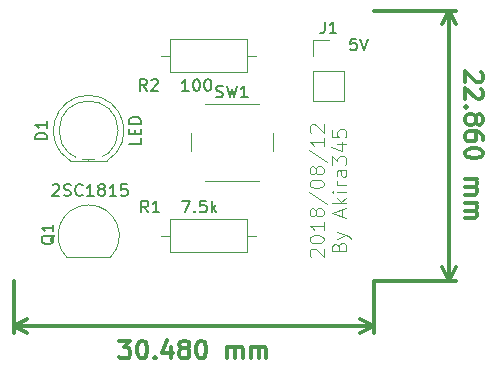
<source format=gto>
G04 #@! TF.GenerationSoftware,KiCad,Pcbnew,(5.0.0)*
G04 #@! TF.CreationDate,2018-08-12T14:19:39+09:00*
G04 #@! TF.ProjectId,sample01,73616D706C6530312E6B696361645F70,rev?*
G04 #@! TF.SameCoordinates,PX40311b0PY3680a30*
G04 #@! TF.FileFunction,Legend,Top*
G04 #@! TF.FilePolarity,Positive*
%FSLAX46Y46*%
G04 Gerber Fmt 4.6, Leading zero omitted, Abs format (unit mm)*
G04 Created by KiCad (PCBNEW (5.0.0)) date 08/12/18 14:19:39*
%MOMM*%
%LPD*%
G01*
G04 APERTURE LIST*
%ADD10C,0.100000*%
%ADD11C,0.300000*%
%ADD12C,0.150000*%
%ADD13C,0.120000*%
%ADD14R,2.100000X2.100000*%
%ADD15O,2.100000X2.100000*%
%ADD16R,2.200000X2.200000*%
%ADD17C,2.200000*%
%ADD18O,1.450000X1.900000*%
%ADD19R,1.450000X1.900000*%
%ADD20O,2.000000X2.000000*%
%ADD21C,2.000000*%
%ADD22C,2.400000*%
G04 APERTURE END LIST*
D10*
X25177142Y2020000D02*
X25120000Y2077143D01*
X25062857Y2191429D01*
X25062857Y2477143D01*
X25120000Y2591429D01*
X25177142Y2648572D01*
X25291428Y2705715D01*
X25405714Y2705715D01*
X25577142Y2648572D01*
X26262857Y1962858D01*
X26262857Y2705715D01*
X25062857Y3448572D02*
X25062857Y3562858D01*
X25120000Y3677143D01*
X25177142Y3734286D01*
X25291428Y3791429D01*
X25520000Y3848572D01*
X25805714Y3848572D01*
X26034285Y3791429D01*
X26148571Y3734286D01*
X26205714Y3677143D01*
X26262857Y3562858D01*
X26262857Y3448572D01*
X26205714Y3334286D01*
X26148571Y3277143D01*
X26034285Y3220000D01*
X25805714Y3162858D01*
X25520000Y3162858D01*
X25291428Y3220000D01*
X25177142Y3277143D01*
X25120000Y3334286D01*
X25062857Y3448572D01*
X26262857Y4991429D02*
X26262857Y4305715D01*
X26262857Y4648572D02*
X25062857Y4648572D01*
X25234285Y4534286D01*
X25348571Y4420000D01*
X25405714Y4305715D01*
X25577142Y5677143D02*
X25520000Y5562858D01*
X25462857Y5505715D01*
X25348571Y5448572D01*
X25291428Y5448572D01*
X25177142Y5505715D01*
X25120000Y5562858D01*
X25062857Y5677143D01*
X25062857Y5905715D01*
X25120000Y6020000D01*
X25177142Y6077143D01*
X25291428Y6134286D01*
X25348571Y6134286D01*
X25462857Y6077143D01*
X25520000Y6020000D01*
X25577142Y5905715D01*
X25577142Y5677143D01*
X25634285Y5562858D01*
X25691428Y5505715D01*
X25805714Y5448572D01*
X26034285Y5448572D01*
X26148571Y5505715D01*
X26205714Y5562858D01*
X26262857Y5677143D01*
X26262857Y5905715D01*
X26205714Y6020000D01*
X26148571Y6077143D01*
X26034285Y6134286D01*
X25805714Y6134286D01*
X25691428Y6077143D01*
X25634285Y6020000D01*
X25577142Y5905715D01*
X25005714Y7505715D02*
X26548571Y6477143D01*
X25062857Y8134286D02*
X25062857Y8248572D01*
X25120000Y8362858D01*
X25177142Y8420000D01*
X25291428Y8477143D01*
X25520000Y8534286D01*
X25805714Y8534286D01*
X26034285Y8477143D01*
X26148571Y8420000D01*
X26205714Y8362858D01*
X26262857Y8248572D01*
X26262857Y8134286D01*
X26205714Y8020000D01*
X26148571Y7962858D01*
X26034285Y7905715D01*
X25805714Y7848572D01*
X25520000Y7848572D01*
X25291428Y7905715D01*
X25177142Y7962858D01*
X25120000Y8020000D01*
X25062857Y8134286D01*
X25577142Y9220000D02*
X25520000Y9105715D01*
X25462857Y9048572D01*
X25348571Y8991429D01*
X25291428Y8991429D01*
X25177142Y9048572D01*
X25120000Y9105715D01*
X25062857Y9220000D01*
X25062857Y9448572D01*
X25120000Y9562858D01*
X25177142Y9620000D01*
X25291428Y9677143D01*
X25348571Y9677143D01*
X25462857Y9620000D01*
X25520000Y9562858D01*
X25577142Y9448572D01*
X25577142Y9220000D01*
X25634285Y9105715D01*
X25691428Y9048572D01*
X25805714Y8991429D01*
X26034285Y8991429D01*
X26148571Y9048572D01*
X26205714Y9105715D01*
X26262857Y9220000D01*
X26262857Y9448572D01*
X26205714Y9562858D01*
X26148571Y9620000D01*
X26034285Y9677143D01*
X25805714Y9677143D01*
X25691428Y9620000D01*
X25634285Y9562858D01*
X25577142Y9448572D01*
X25005714Y11048572D02*
X26548571Y10020000D01*
X26262857Y12077143D02*
X26262857Y11391429D01*
X26262857Y11734286D02*
X25062857Y11734286D01*
X25234285Y11620000D01*
X25348571Y11505715D01*
X25405714Y11391429D01*
X25177142Y12534286D02*
X25120000Y12591429D01*
X25062857Y12705715D01*
X25062857Y12991429D01*
X25120000Y13105715D01*
X25177142Y13162858D01*
X25291428Y13220000D01*
X25405714Y13220000D01*
X25577142Y13162858D01*
X26262857Y12477143D01*
X26262857Y13220000D01*
X27534285Y2877143D02*
X27591428Y3048572D01*
X27648571Y3105715D01*
X27762857Y3162858D01*
X27934285Y3162858D01*
X28048571Y3105715D01*
X28105714Y3048572D01*
X28162857Y2934286D01*
X28162857Y2477143D01*
X26962857Y2477143D01*
X26962857Y2877143D01*
X27020000Y2991429D01*
X27077142Y3048572D01*
X27191428Y3105715D01*
X27305714Y3105715D01*
X27420000Y3048572D01*
X27477142Y2991429D01*
X27534285Y2877143D01*
X27534285Y2477143D01*
X27362857Y3562858D02*
X28162857Y3848572D01*
X27362857Y4134286D02*
X28162857Y3848572D01*
X28448571Y3734286D01*
X28505714Y3677143D01*
X28562857Y3562858D01*
X27820000Y5448572D02*
X27820000Y6020000D01*
X28162857Y5334286D02*
X26962857Y5734286D01*
X28162857Y6134286D01*
X28162857Y6534286D02*
X26962857Y6534286D01*
X27705714Y6648572D02*
X28162857Y6991429D01*
X27362857Y6991429D02*
X27820000Y6534286D01*
X28162857Y7505715D02*
X27362857Y7505715D01*
X26962857Y7505715D02*
X27020000Y7448572D01*
X27077142Y7505715D01*
X27020000Y7562858D01*
X26962857Y7505715D01*
X27077142Y7505715D01*
X28162857Y8077143D02*
X27362857Y8077143D01*
X27591428Y8077143D02*
X27477142Y8134286D01*
X27420000Y8191429D01*
X27362857Y8305715D01*
X27362857Y8420000D01*
X28162857Y9334286D02*
X27534285Y9334286D01*
X27420000Y9277143D01*
X27362857Y9162858D01*
X27362857Y8934286D01*
X27420000Y8820000D01*
X28105714Y9334286D02*
X28162857Y9220000D01*
X28162857Y8934286D01*
X28105714Y8820000D01*
X27991428Y8762858D01*
X27877142Y8762858D01*
X27762857Y8820000D01*
X27705714Y8934286D01*
X27705714Y9220000D01*
X27648571Y9334286D01*
X26962857Y9791429D02*
X26962857Y10534286D01*
X27420000Y10134286D01*
X27420000Y10305715D01*
X27477142Y10420000D01*
X27534285Y10477143D01*
X27648571Y10534286D01*
X27934285Y10534286D01*
X28048571Y10477143D01*
X28105714Y10420000D01*
X28162857Y10305715D01*
X28162857Y9962858D01*
X28105714Y9848572D01*
X28048571Y9791429D01*
X27362857Y11562858D02*
X28162857Y11562858D01*
X26905714Y11277143D02*
X27762857Y10991429D01*
X27762857Y11734286D01*
X26962857Y12762858D02*
X26962857Y12191429D01*
X27534285Y12134286D01*
X27477142Y12191429D01*
X27420000Y12305715D01*
X27420000Y12591429D01*
X27477142Y12705715D01*
X27534285Y12762858D01*
X27648571Y12820000D01*
X27934285Y12820000D01*
X28048571Y12762858D01*
X28105714Y12705715D01*
X28162857Y12591429D01*
X28162857Y12305715D01*
X28105714Y12191429D01*
X28048571Y12134286D01*
D11*
X8954285Y-5088571D02*
X9882857Y-5088571D01*
X9382857Y-5660000D01*
X9597142Y-5660000D01*
X9740000Y-5731428D01*
X9811428Y-5802857D01*
X9882857Y-5945714D01*
X9882857Y-6302857D01*
X9811428Y-6445714D01*
X9740000Y-6517142D01*
X9597142Y-6588571D01*
X9168571Y-6588571D01*
X9025714Y-6517142D01*
X8954285Y-6445714D01*
X10811428Y-5088571D02*
X10954285Y-5088571D01*
X11097142Y-5160000D01*
X11168571Y-5231428D01*
X11240000Y-5374285D01*
X11311428Y-5660000D01*
X11311428Y-6017142D01*
X11240000Y-6302857D01*
X11168571Y-6445714D01*
X11097142Y-6517142D01*
X10954285Y-6588571D01*
X10811428Y-6588571D01*
X10668571Y-6517142D01*
X10597142Y-6445714D01*
X10525714Y-6302857D01*
X10454285Y-6017142D01*
X10454285Y-5660000D01*
X10525714Y-5374285D01*
X10597142Y-5231428D01*
X10668571Y-5160000D01*
X10811428Y-5088571D01*
X11954285Y-6445714D02*
X12025714Y-6517142D01*
X11954285Y-6588571D01*
X11882857Y-6517142D01*
X11954285Y-6445714D01*
X11954285Y-6588571D01*
X13311428Y-5588571D02*
X13311428Y-6588571D01*
X12954285Y-5017142D02*
X12597142Y-6088571D01*
X13525714Y-6088571D01*
X14311428Y-5731428D02*
X14168571Y-5660000D01*
X14097142Y-5588571D01*
X14025714Y-5445714D01*
X14025714Y-5374285D01*
X14097142Y-5231428D01*
X14168571Y-5160000D01*
X14311428Y-5088571D01*
X14597142Y-5088571D01*
X14740000Y-5160000D01*
X14811428Y-5231428D01*
X14882857Y-5374285D01*
X14882857Y-5445714D01*
X14811428Y-5588571D01*
X14740000Y-5660000D01*
X14597142Y-5731428D01*
X14311428Y-5731428D01*
X14168571Y-5802857D01*
X14097142Y-5874285D01*
X14025714Y-6017142D01*
X14025714Y-6302857D01*
X14097142Y-6445714D01*
X14168571Y-6517142D01*
X14311428Y-6588571D01*
X14597142Y-6588571D01*
X14740000Y-6517142D01*
X14811428Y-6445714D01*
X14882857Y-6302857D01*
X14882857Y-6017142D01*
X14811428Y-5874285D01*
X14740000Y-5802857D01*
X14597142Y-5731428D01*
X15811428Y-5088571D02*
X15954285Y-5088571D01*
X16097142Y-5160000D01*
X16168571Y-5231428D01*
X16240000Y-5374285D01*
X16311428Y-5660000D01*
X16311428Y-6017142D01*
X16240000Y-6302857D01*
X16168571Y-6445714D01*
X16097142Y-6517142D01*
X15954285Y-6588571D01*
X15811428Y-6588571D01*
X15668571Y-6517142D01*
X15597142Y-6445714D01*
X15525714Y-6302857D01*
X15454285Y-6017142D01*
X15454285Y-5660000D01*
X15525714Y-5374285D01*
X15597142Y-5231428D01*
X15668571Y-5160000D01*
X15811428Y-5088571D01*
X18097142Y-6588571D02*
X18097142Y-5588571D01*
X18097142Y-5731428D02*
X18168571Y-5660000D01*
X18311428Y-5588571D01*
X18525714Y-5588571D01*
X18668571Y-5660000D01*
X18740000Y-5802857D01*
X18740000Y-6588571D01*
X18740000Y-5802857D02*
X18811428Y-5660000D01*
X18954285Y-5588571D01*
X19168571Y-5588571D01*
X19311428Y-5660000D01*
X19382857Y-5802857D01*
X19382857Y-6588571D01*
X20097142Y-6588571D02*
X20097142Y-5588571D01*
X20097142Y-5731428D02*
X20168571Y-5660000D01*
X20311428Y-5588571D01*
X20525714Y-5588571D01*
X20668571Y-5660000D01*
X20740000Y-5802857D01*
X20740000Y-6588571D01*
X20740000Y-5802857D02*
X20811428Y-5660000D01*
X20954285Y-5588571D01*
X21168571Y-5588571D01*
X21311428Y-5660000D01*
X21382857Y-5802857D01*
X21382857Y-6588571D01*
X30480000Y-3810000D02*
X0Y-3810000D01*
X30480000Y0D02*
X30480000Y-4396421D01*
X0Y0D02*
X0Y-4396421D01*
X0Y-3810000D02*
X1126504Y-3223579D01*
X0Y-3810000D02*
X1126504Y-4396421D01*
X30480000Y-3810000D02*
X29353496Y-3223579D01*
X30480000Y-3810000D02*
X29353496Y-4396421D01*
X39608571Y17644286D02*
X39680000Y17572858D01*
X39751428Y17430000D01*
X39751428Y17072858D01*
X39680000Y16930000D01*
X39608571Y16858572D01*
X39465714Y16787143D01*
X39322857Y16787143D01*
X39108571Y16858572D01*
X38251428Y17715715D01*
X38251428Y16787143D01*
X39608571Y16215715D02*
X39680000Y16144286D01*
X39751428Y16001429D01*
X39751428Y15644286D01*
X39680000Y15501429D01*
X39608571Y15430000D01*
X39465714Y15358572D01*
X39322857Y15358572D01*
X39108571Y15430000D01*
X38251428Y16287143D01*
X38251428Y15358572D01*
X38394285Y14715715D02*
X38322857Y14644286D01*
X38251428Y14715715D01*
X38322857Y14787143D01*
X38394285Y14715715D01*
X38251428Y14715715D01*
X39108571Y13787143D02*
X39180000Y13930000D01*
X39251428Y14001429D01*
X39394285Y14072858D01*
X39465714Y14072858D01*
X39608571Y14001429D01*
X39680000Y13930000D01*
X39751428Y13787143D01*
X39751428Y13501429D01*
X39680000Y13358572D01*
X39608571Y13287143D01*
X39465714Y13215715D01*
X39394285Y13215715D01*
X39251428Y13287143D01*
X39180000Y13358572D01*
X39108571Y13501429D01*
X39108571Y13787143D01*
X39037142Y13930000D01*
X38965714Y14001429D01*
X38822857Y14072858D01*
X38537142Y14072858D01*
X38394285Y14001429D01*
X38322857Y13930000D01*
X38251428Y13787143D01*
X38251428Y13501429D01*
X38322857Y13358572D01*
X38394285Y13287143D01*
X38537142Y13215715D01*
X38822857Y13215715D01*
X38965714Y13287143D01*
X39037142Y13358572D01*
X39108571Y13501429D01*
X39751428Y11930000D02*
X39751428Y12215715D01*
X39680000Y12358572D01*
X39608571Y12430000D01*
X39394285Y12572858D01*
X39108571Y12644286D01*
X38537142Y12644286D01*
X38394285Y12572858D01*
X38322857Y12501429D01*
X38251428Y12358572D01*
X38251428Y12072858D01*
X38322857Y11930000D01*
X38394285Y11858572D01*
X38537142Y11787143D01*
X38894285Y11787143D01*
X39037142Y11858572D01*
X39108571Y11930000D01*
X39180000Y12072858D01*
X39180000Y12358572D01*
X39108571Y12501429D01*
X39037142Y12572858D01*
X38894285Y12644286D01*
X39751428Y10858572D02*
X39751428Y10715715D01*
X39680000Y10572858D01*
X39608571Y10501429D01*
X39465714Y10430000D01*
X39180000Y10358572D01*
X38822857Y10358572D01*
X38537142Y10430000D01*
X38394285Y10501429D01*
X38322857Y10572858D01*
X38251428Y10715715D01*
X38251428Y10858572D01*
X38322857Y11001429D01*
X38394285Y11072858D01*
X38537142Y11144286D01*
X38822857Y11215715D01*
X39180000Y11215715D01*
X39465714Y11144286D01*
X39608571Y11072858D01*
X39680000Y11001429D01*
X39751428Y10858572D01*
X38251428Y8572858D02*
X39251428Y8572858D01*
X39108571Y8572858D02*
X39180000Y8501429D01*
X39251428Y8358572D01*
X39251428Y8144286D01*
X39180000Y8001429D01*
X39037142Y7930000D01*
X38251428Y7930000D01*
X39037142Y7930000D02*
X39180000Y7858572D01*
X39251428Y7715715D01*
X39251428Y7501429D01*
X39180000Y7358572D01*
X39037142Y7287143D01*
X38251428Y7287143D01*
X38251428Y6572858D02*
X39251428Y6572858D01*
X39108571Y6572858D02*
X39180000Y6501429D01*
X39251428Y6358572D01*
X39251428Y6144286D01*
X39180000Y6001429D01*
X39037142Y5930000D01*
X38251428Y5930000D01*
X39037142Y5930000D02*
X39180000Y5858572D01*
X39251428Y5715715D01*
X39251428Y5501429D01*
X39180000Y5358572D01*
X39037142Y5287143D01*
X38251428Y5287143D01*
X36830000Y22860000D02*
X36830000Y0D01*
X30480000Y22860000D02*
X37416421Y22860000D01*
X30480000Y0D02*
X37416421Y0D01*
X36830000Y0D02*
X36243579Y1126504D01*
X36830000Y0D02*
X37416421Y1126504D01*
X36830000Y22860000D02*
X36243579Y21733496D01*
X36830000Y22860000D02*
X37416421Y21733496D01*
D12*
X29019523Y20486620D02*
X28543333Y20486620D01*
X28495714Y20010429D01*
X28543333Y20058048D01*
X28638571Y20105667D01*
X28876666Y20105667D01*
X28971904Y20058048D01*
X29019523Y20010429D01*
X29067142Y19915191D01*
X29067142Y19677096D01*
X29019523Y19581858D01*
X28971904Y19534239D01*
X28876666Y19486620D01*
X28638571Y19486620D01*
X28543333Y19534239D01*
X28495714Y19581858D01*
X29352857Y20486620D02*
X29686190Y19486620D01*
X30019523Y20486620D01*
D13*
G04 #@! TO.C,J1*
X25340000Y15180000D02*
X28000000Y15180000D01*
X25340000Y17780000D02*
X25340000Y15180000D01*
X28000000Y17780000D02*
X28000000Y15180000D01*
X25340000Y17780000D02*
X28000000Y17780000D01*
X25340000Y19050000D02*
X25340000Y20380000D01*
X25340000Y20380000D02*
X26670000Y20380000D01*
G04 #@! TO.C,D1*
X6350462Y15690000D02*
G75*
G03X4805170Y10140000I-462J-2990000D01*
G01*
X6349538Y15690000D02*
G75*
G02X7894830Y10140000I462J-2990000D01*
G01*
X8850000Y12700000D02*
G75*
G03X8850000Y12700000I-2500000J0D01*
G01*
X4805000Y10140000D02*
X7895000Y10140000D01*
G04 #@! TO.C,Q1*
X4550000Y1960000D02*
X8150000Y1960000D01*
X4511522Y1971522D02*
G75*
G02X6350000Y6410000I1838478J1838478D01*
G01*
X8188478Y1971522D02*
G75*
G03X6350000Y6410000I-1838478J1838478D01*
G01*
G04 #@! TO.C,R1*
X20550000Y3810000D02*
X19780000Y3810000D01*
X12470000Y3810000D02*
X13240000Y3810000D01*
X19780000Y5180000D02*
X13240000Y5180000D01*
X19780000Y2440000D02*
X19780000Y5180000D01*
X13240000Y2440000D02*
X19780000Y2440000D01*
X13240000Y5180000D02*
X13240000Y2440000D01*
G04 #@! TO.C,R2*
X19780000Y17680000D02*
X19780000Y20420000D01*
X19780000Y20420000D02*
X13240000Y20420000D01*
X13240000Y20420000D02*
X13240000Y17680000D01*
X13240000Y17680000D02*
X19780000Y17680000D01*
X20550000Y19050000D02*
X19780000Y19050000D01*
X12470000Y19050000D02*
X13240000Y19050000D01*
G04 #@! TO.C,SW1*
X16240000Y8470000D02*
X20740000Y8470000D01*
X14990000Y12470000D02*
X14990000Y10970000D01*
X20740000Y14970000D02*
X16240000Y14970000D01*
X21990000Y10970000D02*
X21990000Y12470000D01*
G04 #@! TO.C,J1*
D12*
X26336666Y21927620D02*
X26336666Y21213334D01*
X26289047Y21070477D01*
X26193809Y20975239D01*
X26050952Y20927620D01*
X25955714Y20927620D01*
X27336666Y20927620D02*
X26765238Y20927620D01*
X27050952Y20927620D02*
X27050952Y21927620D01*
X26955714Y21784762D01*
X26860476Y21689524D01*
X26765238Y21641905D01*
G04 #@! TO.C,D1*
X2842380Y11961905D02*
X1842380Y11961905D01*
X1842380Y12200000D01*
X1890000Y12342858D01*
X1985238Y12438096D01*
X2080476Y12485715D01*
X2270952Y12533334D01*
X2413809Y12533334D01*
X2604285Y12485715D01*
X2699523Y12438096D01*
X2794761Y12342858D01*
X2842380Y12200000D01*
X2842380Y11961905D01*
X2842380Y13485715D02*
X2842380Y12914286D01*
X2842380Y13200000D02*
X1842380Y13200000D01*
X1985238Y13104762D01*
X2080476Y13009524D01*
X2128095Y12914286D01*
X10762380Y12057143D02*
X10762380Y11580953D01*
X9762380Y11580953D01*
X10238571Y12390477D02*
X10238571Y12723810D01*
X10762380Y12866667D02*
X10762380Y12390477D01*
X9762380Y12390477D01*
X9762380Y12866667D01*
X10762380Y13295239D02*
X9762380Y13295239D01*
X9762380Y13533334D01*
X9810000Y13676191D01*
X9905238Y13771429D01*
X10000476Y13819048D01*
X10190952Y13866667D01*
X10333809Y13866667D01*
X10524285Y13819048D01*
X10619523Y13771429D01*
X10714761Y13676191D01*
X10762380Y13533334D01*
X10762380Y13295239D01*
G04 #@! TO.C,Q1*
X3468619Y3841762D02*
X3421000Y3746524D01*
X3325761Y3651286D01*
X3182904Y3508429D01*
X3135285Y3413191D01*
X3135285Y3317953D01*
X3373380Y3365572D02*
X3325761Y3270334D01*
X3230523Y3175096D01*
X3040047Y3127477D01*
X2706714Y3127477D01*
X2516238Y3175096D01*
X2421000Y3270334D01*
X2373380Y3365572D01*
X2373380Y3556048D01*
X2421000Y3651286D01*
X2516238Y3746524D01*
X2706714Y3794143D01*
X3040047Y3794143D01*
X3230523Y3746524D01*
X3325761Y3651286D01*
X3373380Y3556048D01*
X3373380Y3365572D01*
X3373380Y4746524D02*
X3373380Y4175096D01*
X3373380Y4460810D02*
X2373380Y4460810D01*
X2516238Y4365572D01*
X2611476Y4270334D01*
X2659095Y4175096D01*
X3310333Y8072381D02*
X3357952Y8120000D01*
X3453190Y8167620D01*
X3691285Y8167620D01*
X3786523Y8120000D01*
X3834142Y8072381D01*
X3881761Y7977143D01*
X3881761Y7881905D01*
X3834142Y7739048D01*
X3262714Y7167620D01*
X3881761Y7167620D01*
X4262714Y7215239D02*
X4405571Y7167620D01*
X4643666Y7167620D01*
X4738904Y7215239D01*
X4786523Y7262858D01*
X4834142Y7358096D01*
X4834142Y7453334D01*
X4786523Y7548572D01*
X4738904Y7596191D01*
X4643666Y7643810D01*
X4453190Y7691429D01*
X4357952Y7739048D01*
X4310333Y7786667D01*
X4262714Y7881905D01*
X4262714Y7977143D01*
X4310333Y8072381D01*
X4357952Y8120000D01*
X4453190Y8167620D01*
X4691285Y8167620D01*
X4834142Y8120000D01*
X5834142Y7262858D02*
X5786523Y7215239D01*
X5643666Y7167620D01*
X5548428Y7167620D01*
X5405571Y7215239D01*
X5310333Y7310477D01*
X5262714Y7405715D01*
X5215095Y7596191D01*
X5215095Y7739048D01*
X5262714Y7929524D01*
X5310333Y8024762D01*
X5405571Y8120000D01*
X5548428Y8167620D01*
X5643666Y8167620D01*
X5786523Y8120000D01*
X5834142Y8072381D01*
X6786523Y7167620D02*
X6215095Y7167620D01*
X6500809Y7167620D02*
X6500809Y8167620D01*
X6405571Y8024762D01*
X6310333Y7929524D01*
X6215095Y7881905D01*
X7357952Y7739048D02*
X7262714Y7786667D01*
X7215095Y7834286D01*
X7167476Y7929524D01*
X7167476Y7977143D01*
X7215095Y8072381D01*
X7262714Y8120000D01*
X7357952Y8167620D01*
X7548428Y8167620D01*
X7643666Y8120000D01*
X7691285Y8072381D01*
X7738904Y7977143D01*
X7738904Y7929524D01*
X7691285Y7834286D01*
X7643666Y7786667D01*
X7548428Y7739048D01*
X7357952Y7739048D01*
X7262714Y7691429D01*
X7215095Y7643810D01*
X7167476Y7548572D01*
X7167476Y7358096D01*
X7215095Y7262858D01*
X7262714Y7215239D01*
X7357952Y7167620D01*
X7548428Y7167620D01*
X7643666Y7215239D01*
X7691285Y7262858D01*
X7738904Y7358096D01*
X7738904Y7548572D01*
X7691285Y7643810D01*
X7643666Y7691429D01*
X7548428Y7739048D01*
X8691285Y7167620D02*
X8119857Y7167620D01*
X8405571Y7167620D02*
X8405571Y8167620D01*
X8310333Y8024762D01*
X8215095Y7929524D01*
X8119857Y7881905D01*
X9596047Y8167620D02*
X9119857Y8167620D01*
X9072238Y7691429D01*
X9119857Y7739048D01*
X9215095Y7786667D01*
X9453190Y7786667D01*
X9548428Y7739048D01*
X9596047Y7691429D01*
X9643666Y7596191D01*
X9643666Y7358096D01*
X9596047Y7262858D01*
X9548428Y7215239D01*
X9453190Y7167620D01*
X9215095Y7167620D01*
X9119857Y7215239D01*
X9072238Y7262858D01*
G04 #@! TO.C,R1*
X11390333Y5770620D02*
X11057000Y6246810D01*
X10818904Y5770620D02*
X10818904Y6770620D01*
X11199857Y6770620D01*
X11295095Y6723000D01*
X11342714Y6675381D01*
X11390333Y6580143D01*
X11390333Y6437286D01*
X11342714Y6342048D01*
X11295095Y6294429D01*
X11199857Y6246810D01*
X10818904Y6246810D01*
X12342714Y5770620D02*
X11771285Y5770620D01*
X12057000Y5770620D02*
X12057000Y6770620D01*
X11961761Y6627762D01*
X11866523Y6532524D01*
X11771285Y6484905D01*
X14295619Y6770620D02*
X14962285Y6770620D01*
X14533714Y5770620D01*
X15343238Y5865858D02*
X15390857Y5818239D01*
X15343238Y5770620D01*
X15295619Y5818239D01*
X15343238Y5865858D01*
X15343238Y5770620D01*
X16295619Y6770620D02*
X15819428Y6770620D01*
X15771809Y6294429D01*
X15819428Y6342048D01*
X15914666Y6389667D01*
X16152761Y6389667D01*
X16248000Y6342048D01*
X16295619Y6294429D01*
X16343238Y6199191D01*
X16343238Y5961096D01*
X16295619Y5865858D01*
X16248000Y5818239D01*
X16152761Y5770620D01*
X15914666Y5770620D01*
X15819428Y5818239D01*
X15771809Y5865858D01*
X16771809Y5770620D02*
X16771809Y6770620D01*
X16867047Y6151572D02*
X17152761Y5770620D01*
X17152761Y6437286D02*
X16771809Y6056334D01*
G04 #@! TO.C,R2*
X11263333Y16057620D02*
X10930000Y16533810D01*
X10691904Y16057620D02*
X10691904Y17057620D01*
X11072857Y17057620D01*
X11168095Y17010000D01*
X11215714Y16962381D01*
X11263333Y16867143D01*
X11263333Y16724286D01*
X11215714Y16629048D01*
X11168095Y16581429D01*
X11072857Y16533810D01*
X10691904Y16533810D01*
X11644285Y16962381D02*
X11691904Y17010000D01*
X11787142Y17057620D01*
X12025238Y17057620D01*
X12120476Y17010000D01*
X12168095Y16962381D01*
X12215714Y16867143D01*
X12215714Y16771905D01*
X12168095Y16629048D01*
X11596666Y16057620D01*
X12215714Y16057620D01*
X14827333Y16057620D02*
X14255904Y16057620D01*
X14541619Y16057620D02*
X14541619Y17057620D01*
X14446380Y16914762D01*
X14351142Y16819524D01*
X14255904Y16771905D01*
X15446380Y17057620D02*
X15541619Y17057620D01*
X15636857Y17010000D01*
X15684476Y16962381D01*
X15732095Y16867143D01*
X15779714Y16676667D01*
X15779714Y16438572D01*
X15732095Y16248096D01*
X15684476Y16152858D01*
X15636857Y16105239D01*
X15541619Y16057620D01*
X15446380Y16057620D01*
X15351142Y16105239D01*
X15303523Y16152858D01*
X15255904Y16248096D01*
X15208285Y16438572D01*
X15208285Y16676667D01*
X15255904Y16867143D01*
X15303523Y16962381D01*
X15351142Y17010000D01*
X15446380Y17057620D01*
X16398761Y17057620D02*
X16494000Y17057620D01*
X16589238Y17010000D01*
X16636857Y16962381D01*
X16684476Y16867143D01*
X16732095Y16676667D01*
X16732095Y16438572D01*
X16684476Y16248096D01*
X16636857Y16152858D01*
X16589238Y16105239D01*
X16494000Y16057620D01*
X16398761Y16057620D01*
X16303523Y16105239D01*
X16255904Y16152858D01*
X16208285Y16248096D01*
X16160666Y16438572D01*
X16160666Y16676667D01*
X16208285Y16867143D01*
X16255904Y16962381D01*
X16303523Y17010000D01*
X16398761Y17057620D01*
G04 #@! TO.C,SW1*
X17156666Y15565239D02*
X17299523Y15517620D01*
X17537619Y15517620D01*
X17632857Y15565239D01*
X17680476Y15612858D01*
X17728095Y15708096D01*
X17728095Y15803334D01*
X17680476Y15898572D01*
X17632857Y15946191D01*
X17537619Y15993810D01*
X17347142Y16041429D01*
X17251904Y16089048D01*
X17204285Y16136667D01*
X17156666Y16231905D01*
X17156666Y16327143D01*
X17204285Y16422381D01*
X17251904Y16470000D01*
X17347142Y16517620D01*
X17585238Y16517620D01*
X17728095Y16470000D01*
X18061428Y16517620D02*
X18299523Y15517620D01*
X18490000Y16231905D01*
X18680476Y15517620D01*
X18918571Y16517620D01*
X19823333Y15517620D02*
X19251904Y15517620D01*
X19537619Y15517620D02*
X19537619Y16517620D01*
X19442380Y16374762D01*
X19347142Y16279524D01*
X19251904Y16231905D01*
G04 #@! TD*
%LPC*%
D14*
G04 #@! TO.C,J1*
X26670000Y19050000D03*
D15*
X26670000Y16510000D03*
G04 #@! TD*
D16*
G04 #@! TO.C,D1*
X6350000Y11430000D03*
D17*
X6350000Y13970000D03*
G04 #@! TD*
D18*
G04 #@! TO.C,Q1*
X6350000Y3810000D03*
X7620000Y3810000D03*
D19*
X5080000Y3810000D03*
G04 #@! TD*
D20*
G04 #@! TO.C,R1*
X21590000Y3810000D03*
D21*
X11430000Y3810000D03*
G04 #@! TD*
G04 #@! TO.C,R2*
X21590000Y19050000D03*
D20*
X11430000Y19050000D03*
G04 #@! TD*
D22*
G04 #@! TO.C,SW1*
X15240000Y9470000D03*
X15240000Y13970000D03*
X21740000Y9470000D03*
X21740000Y13970000D03*
G04 #@! TD*
M02*

</source>
